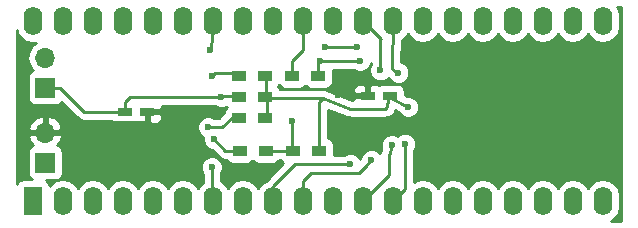
<source format=gbl>
G04 #@! TF.FileFunction,Copper,L2,Bot,Signal*
%FSLAX46Y46*%
G04 Gerber Fmt 4.6, Leading zero omitted, Abs format (unit mm)*
G04 Created by KiCad (PCBNEW 4.0.7) date 04/07/18 18:37:48*
%MOMM*%
%LPD*%
G01*
G04 APERTURE LIST*
%ADD10C,0.100000*%
%ADD11R,1.600000X2.400000*%
%ADD12O,1.600000X2.400000*%
%ADD13R,1.200000X0.750000*%
%ADD14R,1.700000X1.700000*%
%ADD15O,1.700000X1.700000*%
%ADD16R,1.200000X0.900000*%
%ADD17C,0.600000*%
%ADD18C,0.250000*%
%ADD19C,0.254000*%
G04 APERTURE END LIST*
D10*
D11*
X122148600Y-98513900D03*
D12*
X170408600Y-83273900D03*
X124688600Y-98513900D03*
X167868600Y-83273900D03*
X127228600Y-98513900D03*
X165328600Y-83273900D03*
X129768600Y-98513900D03*
X162788600Y-83273900D03*
X132308600Y-98513900D03*
X160248600Y-83273900D03*
X134848600Y-98513900D03*
X157708600Y-83273900D03*
X137388600Y-98513900D03*
X155168600Y-83273900D03*
X139928600Y-98513900D03*
X152628600Y-83273900D03*
X142468600Y-98513900D03*
X150088600Y-83273900D03*
X145008600Y-98513900D03*
X147548600Y-83273900D03*
X147548600Y-98513900D03*
X145008600Y-83273900D03*
X150088600Y-98513900D03*
X142468600Y-83273900D03*
X152628600Y-98513900D03*
X139928600Y-83273900D03*
X155168600Y-98513900D03*
X137388600Y-83273900D03*
X157708600Y-98513900D03*
X134848600Y-83273900D03*
X160248600Y-98513900D03*
X132308600Y-83273900D03*
X162788600Y-98513900D03*
X129768600Y-83273900D03*
X165328600Y-98513900D03*
X127228600Y-83273900D03*
X167868600Y-98513900D03*
X124688600Y-83273900D03*
X170408600Y-98513900D03*
X122148600Y-83273900D03*
D13*
X131838740Y-90957400D03*
X129938740Y-90957400D03*
X150497500Y-89598500D03*
X152397500Y-89598500D03*
D14*
X123190000Y-88900000D03*
D15*
X123190000Y-86360000D03*
D14*
X123190000Y-95250000D03*
D15*
X123190000Y-92710000D03*
D16*
X141816000Y-91440000D03*
X139616000Y-91440000D03*
X141816000Y-87884000D03*
X139616000Y-87884000D03*
X141816000Y-89662000D03*
X139616000Y-89662000D03*
X144188000Y-94234000D03*
X146388000Y-94234000D03*
X139679500Y-94234000D03*
X141879500Y-94234000D03*
X144124500Y-87884000D03*
X146324500Y-87884000D03*
D17*
X153924000Y-90551000D03*
X137764520Y-91302840D03*
X148018500Y-89535000D03*
X150812500Y-95059500D03*
X146494500Y-86614000D03*
X144081500Y-91757500D03*
X149860000Y-86614000D03*
X152527000Y-93789500D03*
X137342880Y-87894160D03*
X138109960Y-89697560D03*
X137477500Y-93281500D03*
X137297160Y-95636080D03*
X153098500Y-87630000D03*
X149034500Y-95377000D03*
X151574500Y-87439500D03*
X149631400Y-85471000D03*
X146875500Y-85471000D03*
X153670000Y-93662500D03*
X137160000Y-85725000D03*
X136992360Y-92257880D03*
D18*
X146388000Y-94234000D02*
X146388000Y-90149500D01*
X146388000Y-90149500D02*
X146748500Y-89789000D01*
X141943000Y-89789000D02*
X144335500Y-89789000D01*
X144335500Y-89789000D02*
X146748500Y-89789000D01*
X141943000Y-89789000D02*
X141816000Y-89662000D01*
X152336500Y-89662000D02*
X152082500Y-90678000D01*
X152082500Y-90678000D02*
X150368000Y-90678000D01*
X150368000Y-90678000D02*
X149034500Y-90678000D01*
X149034500Y-90678000D02*
X146748500Y-89789000D01*
X153924000Y-90551000D02*
X152336500Y-89662000D01*
X141879500Y-89598500D02*
X141816000Y-89662000D01*
X141935380Y-91389200D02*
X141935380Y-89628980D01*
X141935380Y-89628980D02*
X141879500Y-89573100D01*
X141879500Y-89573100D02*
X141902360Y-89550240D01*
X141902360Y-89550240D02*
X141902360Y-87696040D01*
X153924000Y-90551000D02*
X153883360Y-90591640D01*
X148018500Y-89535000D02*
X149418000Y-89535000D01*
X149418000Y-89535000D02*
X150431500Y-89598500D01*
X131838740Y-90957400D02*
X137419080Y-90957400D01*
X137764520Y-91302840D02*
X137419080Y-90957400D01*
X124268230Y-92663010D02*
X123236990Y-92663010D01*
X123236990Y-92663010D02*
X123190000Y-92710000D01*
X148013420Y-89540080D02*
X148018500Y-89535000D01*
X124246640Y-92684600D02*
X124268230Y-92663010D01*
X124268230Y-92663010D02*
X125074680Y-91856560D01*
X131838740Y-91843820D02*
X131838740Y-90957400D01*
X131826000Y-91856560D02*
X131838740Y-91843820D01*
X125074680Y-91856560D02*
X131826000Y-91856560D01*
X145008600Y-96852740D02*
X145008600Y-98513900D01*
X145699480Y-96161860D02*
X145008600Y-96852740D01*
X149722840Y-96161860D02*
X145699480Y-96161860D01*
X149997160Y-95887540D02*
X149722840Y-96161860D01*
X150368000Y-95567500D02*
X149997160Y-95887540D01*
X150812500Y-95059500D02*
X150368000Y-95567500D01*
X144081500Y-91757500D02*
X144081500Y-94127500D01*
X144081500Y-94127500D02*
X143975000Y-94234000D01*
X143975000Y-94234000D02*
X141879500Y-94234000D01*
X146324500Y-87884000D02*
X146324500Y-86784000D01*
X146324500Y-86784000D02*
X146494500Y-86614000D01*
X146388000Y-86720500D02*
X146494500Y-86614000D01*
X144124500Y-91800500D02*
X144081500Y-91757500D01*
X144066260Y-91742260D02*
X144081500Y-91757500D01*
X147764500Y-86614000D02*
X146494500Y-86614000D01*
X149860000Y-86614000D02*
X147764500Y-86614000D01*
X147764500Y-86614000D02*
X147734200Y-86614000D01*
X146494500Y-86614000D02*
X146474180Y-86634320D01*
X152283160Y-96319340D02*
X150088600Y-98513900D01*
X152276038Y-94679038D02*
X152283160Y-96319340D01*
X152527000Y-93789500D02*
X152276038Y-94679038D01*
X137541000Y-87696040D02*
X139702360Y-87696040D01*
X137342880Y-87894160D02*
X137541000Y-87696040D01*
X123190000Y-88900000D02*
X124411740Y-88900000D01*
X124411740Y-88900000D02*
X126469140Y-90957400D01*
X126469140Y-90957400D02*
X129938740Y-90957400D01*
X138109960Y-89697560D02*
X130347720Y-89697560D01*
X129938740Y-90106540D02*
X129938740Y-90957400D01*
X130347720Y-89697560D02*
X129938740Y-90106540D01*
X138234420Y-89573100D02*
X139679500Y-89573100D01*
X138109960Y-89697560D02*
X138234420Y-89573100D01*
X139679500Y-94234000D02*
X138430000Y-94234000D01*
X138430000Y-94234000D02*
X137477500Y-93281500D01*
X137297160Y-95636080D02*
X137297160Y-98422460D01*
X137297160Y-98422460D02*
X137388600Y-98513900D01*
X152590506Y-87311901D02*
X152628600Y-83273900D01*
X153098500Y-87630000D02*
X152590506Y-87311901D01*
X142468600Y-97241360D02*
X142468600Y-98513900D01*
X144360900Y-95349060D02*
X142468600Y-97241360D01*
X146659600Y-95349060D02*
X144360900Y-95349060D01*
X149034500Y-95377000D02*
X146659600Y-95349060D01*
X151549100Y-84734400D02*
X151549100Y-87414100D01*
X151549100Y-87414100D02*
X151574500Y-87439500D01*
X151587200Y-84772500D02*
X151549100Y-84734400D01*
X151549100Y-84734400D02*
X150088600Y-83273900D01*
X149631400Y-85471000D02*
X148640800Y-85471000D01*
X148640800Y-85471000D02*
X146875500Y-85471000D01*
X153677620Y-97464880D02*
X152628600Y-98513900D01*
X153692860Y-93685360D02*
X153677620Y-97464880D01*
X153670000Y-93662500D02*
X153692860Y-93685360D01*
X137160000Y-85725000D02*
X137205720Y-85679280D01*
X137205720Y-85679280D02*
X137388600Y-83273900D01*
X139735380Y-91389200D02*
X139059920Y-91389200D01*
X138191240Y-92257880D02*
X136992360Y-92257880D01*
X139059920Y-91389200D02*
X138191240Y-92257880D01*
X144124500Y-87884000D02*
X144124500Y-86634500D01*
X145008600Y-85750400D02*
X144188000Y-86571000D01*
X145008600Y-85750400D02*
X145008600Y-83273900D01*
X144124500Y-86634500D02*
X144188000Y-86571000D01*
X144932400Y-83350100D02*
X145008600Y-83273900D01*
D19*
G36*
X171958000Y-100203000D02*
X171066429Y-100203000D01*
X171423298Y-99964548D01*
X171734367Y-99499001D01*
X171843600Y-98949850D01*
X171843600Y-98077950D01*
X171734367Y-97528799D01*
X171423298Y-97063252D01*
X170957751Y-96752183D01*
X170408600Y-96642950D01*
X169859449Y-96752183D01*
X169393902Y-97063252D01*
X169138600Y-97445338D01*
X168883298Y-97063252D01*
X168417751Y-96752183D01*
X167868600Y-96642950D01*
X167319449Y-96752183D01*
X166853902Y-97063252D01*
X166598600Y-97445338D01*
X166343298Y-97063252D01*
X165877751Y-96752183D01*
X165328600Y-96642950D01*
X164779449Y-96752183D01*
X164313902Y-97063252D01*
X164058600Y-97445338D01*
X163803298Y-97063252D01*
X163337751Y-96752183D01*
X162788600Y-96642950D01*
X162239449Y-96752183D01*
X161773902Y-97063252D01*
X161518600Y-97445338D01*
X161263298Y-97063252D01*
X160797751Y-96752183D01*
X160248600Y-96642950D01*
X159699449Y-96752183D01*
X159233902Y-97063252D01*
X158978600Y-97445338D01*
X158723298Y-97063252D01*
X158257751Y-96752183D01*
X157708600Y-96642950D01*
X157159449Y-96752183D01*
X156693902Y-97063252D01*
X156438600Y-97445338D01*
X156183298Y-97063252D01*
X155717751Y-96752183D01*
X155168600Y-96642950D01*
X154619449Y-96752183D01*
X154440017Y-96872076D01*
X154450774Y-94204225D01*
X154462192Y-94192827D01*
X154604838Y-93849299D01*
X154605162Y-93477333D01*
X154463117Y-93133557D01*
X154200327Y-92870308D01*
X153856799Y-92727662D01*
X153484833Y-92727338D01*
X153141057Y-92869383D01*
X153025957Y-92984282D01*
X152713799Y-92854662D01*
X152341833Y-92854338D01*
X151998057Y-92996383D01*
X151734808Y-93259173D01*
X151592162Y-93602701D01*
X151591838Y-93974667D01*
X151647254Y-94108785D01*
X151545306Y-94470141D01*
X151342827Y-94267308D01*
X150999299Y-94124662D01*
X150627333Y-94124338D01*
X150283557Y-94266383D01*
X150020308Y-94529173D01*
X149877662Y-94872701D01*
X149877578Y-94968972D01*
X149827617Y-94848057D01*
X149564827Y-94584808D01*
X149221299Y-94442162D01*
X148849333Y-94441838D01*
X148505557Y-94583883D01*
X148478981Y-94610412D01*
X147635440Y-94600488D01*
X147635440Y-93784000D01*
X147591162Y-93548683D01*
X147452090Y-93332559D01*
X147239890Y-93187569D01*
X147148000Y-93168961D01*
X147148000Y-90759808D01*
X148759040Y-91386323D01*
X148897050Y-91410659D01*
X149034500Y-91438000D01*
X152082500Y-91438000D01*
X152137923Y-91426976D01*
X152194359Y-91429722D01*
X152282011Y-91398314D01*
X152373339Y-91380148D01*
X152420323Y-91348755D01*
X152473517Y-91329694D01*
X152542480Y-91267132D01*
X152619901Y-91215401D01*
X152651295Y-91168417D01*
X152693145Y-91130451D01*
X152732918Y-91046259D01*
X152784648Y-90968839D01*
X152795672Y-90913419D01*
X152819808Y-90862327D01*
X152832663Y-90810906D01*
X153076032Y-90947192D01*
X153130883Y-91079943D01*
X153393673Y-91343192D01*
X153737201Y-91485838D01*
X154109167Y-91486162D01*
X154452943Y-91344117D01*
X154716192Y-91081327D01*
X154858838Y-90737799D01*
X154859162Y-90365833D01*
X154717117Y-90022057D01*
X154454327Y-89758808D01*
X154110799Y-89616162D01*
X153809632Y-89615900D01*
X153644940Y-89523672D01*
X153644940Y-89223500D01*
X153600662Y-88988183D01*
X153461590Y-88772059D01*
X153249390Y-88627069D01*
X152997500Y-88576060D01*
X151797500Y-88576060D01*
X151562183Y-88620338D01*
X151458854Y-88686829D01*
X151457198Y-88685173D01*
X151223809Y-88588500D01*
X150783250Y-88588500D01*
X150624500Y-88747250D01*
X150624500Y-89471500D01*
X150644500Y-89471500D01*
X150644500Y-89725500D01*
X150624500Y-89725500D01*
X150624500Y-89745500D01*
X150370500Y-89745500D01*
X150370500Y-89725500D01*
X149421250Y-89725500D01*
X149262500Y-89884250D01*
X149262500Y-89918000D01*
X149177078Y-89918000D01*
X147066424Y-89097190D01*
X149262500Y-89097190D01*
X149262500Y-89312750D01*
X149421250Y-89471500D01*
X150370500Y-89471500D01*
X150370500Y-88747250D01*
X150211750Y-88588500D01*
X149771191Y-88588500D01*
X149537802Y-88685173D01*
X149359173Y-88863801D01*
X149262500Y-89097190D01*
X147066424Y-89097190D01*
X147023959Y-89080676D01*
X146885931Y-89056337D01*
X146748500Y-89029000D01*
X143029006Y-89029000D01*
X143019162Y-88976683D01*
X142886393Y-88770353D01*
X142971011Y-88646511D01*
X143060410Y-88785441D01*
X143272610Y-88930431D01*
X143524500Y-88981440D01*
X144724500Y-88981440D01*
X144959817Y-88937162D01*
X145175941Y-88798090D01*
X145223634Y-88728289D01*
X145260410Y-88785441D01*
X145472610Y-88930431D01*
X145724500Y-88981440D01*
X146924500Y-88981440D01*
X147159817Y-88937162D01*
X147375941Y-88798090D01*
X147520931Y-88585890D01*
X147571940Y-88334000D01*
X147571940Y-87434000D01*
X147560650Y-87374000D01*
X149297537Y-87374000D01*
X149329673Y-87406192D01*
X149673201Y-87548838D01*
X150045167Y-87549162D01*
X150388943Y-87407117D01*
X150652192Y-87144327D01*
X150789100Y-86814618D01*
X150789100Y-86902393D01*
X150782308Y-86909173D01*
X150639662Y-87252701D01*
X150639338Y-87624667D01*
X150781383Y-87968443D01*
X151044173Y-88231692D01*
X151387701Y-88374338D01*
X151759667Y-88374662D01*
X152103443Y-88232617D01*
X152267964Y-88068383D01*
X152305383Y-88158943D01*
X152568173Y-88422192D01*
X152911701Y-88564838D01*
X153283667Y-88565162D01*
X153627443Y-88423117D01*
X153890692Y-88160327D01*
X154033338Y-87816799D01*
X154033662Y-87444833D01*
X153891617Y-87101057D01*
X153628827Y-86837808D01*
X153356081Y-86724553D01*
X153373246Y-84904991D01*
X153643298Y-84724548D01*
X153898600Y-84342462D01*
X154153902Y-84724548D01*
X154619449Y-85035617D01*
X155168600Y-85144850D01*
X155717751Y-85035617D01*
X156183298Y-84724548D01*
X156438600Y-84342462D01*
X156693902Y-84724548D01*
X157159449Y-85035617D01*
X157708600Y-85144850D01*
X158257751Y-85035617D01*
X158723298Y-84724548D01*
X158978600Y-84342462D01*
X159233902Y-84724548D01*
X159699449Y-85035617D01*
X160248600Y-85144850D01*
X160797751Y-85035617D01*
X161263298Y-84724548D01*
X161518600Y-84342462D01*
X161773902Y-84724548D01*
X162239449Y-85035617D01*
X162788600Y-85144850D01*
X163337751Y-85035617D01*
X163803298Y-84724548D01*
X164058600Y-84342462D01*
X164313902Y-84724548D01*
X164779449Y-85035617D01*
X165328600Y-85144850D01*
X165877751Y-85035617D01*
X166343298Y-84724548D01*
X166598600Y-84342462D01*
X166853902Y-84724548D01*
X167319449Y-85035617D01*
X167868600Y-85144850D01*
X168417751Y-85035617D01*
X168883298Y-84724548D01*
X169138600Y-84342462D01*
X169393902Y-84724548D01*
X169859449Y-85035617D01*
X170408600Y-85144850D01*
X170957751Y-85035617D01*
X171423298Y-84724548D01*
X171734367Y-84259001D01*
X171843600Y-83709850D01*
X171843600Y-82837950D01*
X171734367Y-82288799D01*
X171569461Y-82042000D01*
X171958000Y-82042000D01*
X171958000Y-100203000D01*
X171958000Y-100203000D01*
G37*
X171958000Y-100203000D02*
X171066429Y-100203000D01*
X171423298Y-99964548D01*
X171734367Y-99499001D01*
X171843600Y-98949850D01*
X171843600Y-98077950D01*
X171734367Y-97528799D01*
X171423298Y-97063252D01*
X170957751Y-96752183D01*
X170408600Y-96642950D01*
X169859449Y-96752183D01*
X169393902Y-97063252D01*
X169138600Y-97445338D01*
X168883298Y-97063252D01*
X168417751Y-96752183D01*
X167868600Y-96642950D01*
X167319449Y-96752183D01*
X166853902Y-97063252D01*
X166598600Y-97445338D01*
X166343298Y-97063252D01*
X165877751Y-96752183D01*
X165328600Y-96642950D01*
X164779449Y-96752183D01*
X164313902Y-97063252D01*
X164058600Y-97445338D01*
X163803298Y-97063252D01*
X163337751Y-96752183D01*
X162788600Y-96642950D01*
X162239449Y-96752183D01*
X161773902Y-97063252D01*
X161518600Y-97445338D01*
X161263298Y-97063252D01*
X160797751Y-96752183D01*
X160248600Y-96642950D01*
X159699449Y-96752183D01*
X159233902Y-97063252D01*
X158978600Y-97445338D01*
X158723298Y-97063252D01*
X158257751Y-96752183D01*
X157708600Y-96642950D01*
X157159449Y-96752183D01*
X156693902Y-97063252D01*
X156438600Y-97445338D01*
X156183298Y-97063252D01*
X155717751Y-96752183D01*
X155168600Y-96642950D01*
X154619449Y-96752183D01*
X154440017Y-96872076D01*
X154450774Y-94204225D01*
X154462192Y-94192827D01*
X154604838Y-93849299D01*
X154605162Y-93477333D01*
X154463117Y-93133557D01*
X154200327Y-92870308D01*
X153856799Y-92727662D01*
X153484833Y-92727338D01*
X153141057Y-92869383D01*
X153025957Y-92984282D01*
X152713799Y-92854662D01*
X152341833Y-92854338D01*
X151998057Y-92996383D01*
X151734808Y-93259173D01*
X151592162Y-93602701D01*
X151591838Y-93974667D01*
X151647254Y-94108785D01*
X151545306Y-94470141D01*
X151342827Y-94267308D01*
X150999299Y-94124662D01*
X150627333Y-94124338D01*
X150283557Y-94266383D01*
X150020308Y-94529173D01*
X149877662Y-94872701D01*
X149877578Y-94968972D01*
X149827617Y-94848057D01*
X149564827Y-94584808D01*
X149221299Y-94442162D01*
X148849333Y-94441838D01*
X148505557Y-94583883D01*
X148478981Y-94610412D01*
X147635440Y-94600488D01*
X147635440Y-93784000D01*
X147591162Y-93548683D01*
X147452090Y-93332559D01*
X147239890Y-93187569D01*
X147148000Y-93168961D01*
X147148000Y-90759808D01*
X148759040Y-91386323D01*
X148897050Y-91410659D01*
X149034500Y-91438000D01*
X152082500Y-91438000D01*
X152137923Y-91426976D01*
X152194359Y-91429722D01*
X152282011Y-91398314D01*
X152373339Y-91380148D01*
X152420323Y-91348755D01*
X152473517Y-91329694D01*
X152542480Y-91267132D01*
X152619901Y-91215401D01*
X152651295Y-91168417D01*
X152693145Y-91130451D01*
X152732918Y-91046259D01*
X152784648Y-90968839D01*
X152795672Y-90913419D01*
X152819808Y-90862327D01*
X152832663Y-90810906D01*
X153076032Y-90947192D01*
X153130883Y-91079943D01*
X153393673Y-91343192D01*
X153737201Y-91485838D01*
X154109167Y-91486162D01*
X154452943Y-91344117D01*
X154716192Y-91081327D01*
X154858838Y-90737799D01*
X154859162Y-90365833D01*
X154717117Y-90022057D01*
X154454327Y-89758808D01*
X154110799Y-89616162D01*
X153809632Y-89615900D01*
X153644940Y-89523672D01*
X153644940Y-89223500D01*
X153600662Y-88988183D01*
X153461590Y-88772059D01*
X153249390Y-88627069D01*
X152997500Y-88576060D01*
X151797500Y-88576060D01*
X151562183Y-88620338D01*
X151458854Y-88686829D01*
X151457198Y-88685173D01*
X151223809Y-88588500D01*
X150783250Y-88588500D01*
X150624500Y-88747250D01*
X150624500Y-89471500D01*
X150644500Y-89471500D01*
X150644500Y-89725500D01*
X150624500Y-89725500D01*
X150624500Y-89745500D01*
X150370500Y-89745500D01*
X150370500Y-89725500D01*
X149421250Y-89725500D01*
X149262500Y-89884250D01*
X149262500Y-89918000D01*
X149177078Y-89918000D01*
X147066424Y-89097190D01*
X149262500Y-89097190D01*
X149262500Y-89312750D01*
X149421250Y-89471500D01*
X150370500Y-89471500D01*
X150370500Y-88747250D01*
X150211750Y-88588500D01*
X149771191Y-88588500D01*
X149537802Y-88685173D01*
X149359173Y-88863801D01*
X149262500Y-89097190D01*
X147066424Y-89097190D01*
X147023959Y-89080676D01*
X146885931Y-89056337D01*
X146748500Y-89029000D01*
X143029006Y-89029000D01*
X143019162Y-88976683D01*
X142886393Y-88770353D01*
X142971011Y-88646511D01*
X143060410Y-88785441D01*
X143272610Y-88930431D01*
X143524500Y-88981440D01*
X144724500Y-88981440D01*
X144959817Y-88937162D01*
X145175941Y-88798090D01*
X145223634Y-88728289D01*
X145260410Y-88785441D01*
X145472610Y-88930431D01*
X145724500Y-88981440D01*
X146924500Y-88981440D01*
X147159817Y-88937162D01*
X147375941Y-88798090D01*
X147520931Y-88585890D01*
X147571940Y-88334000D01*
X147571940Y-87434000D01*
X147560650Y-87374000D01*
X149297537Y-87374000D01*
X149329673Y-87406192D01*
X149673201Y-87548838D01*
X150045167Y-87549162D01*
X150388943Y-87407117D01*
X150652192Y-87144327D01*
X150789100Y-86814618D01*
X150789100Y-86902393D01*
X150782308Y-86909173D01*
X150639662Y-87252701D01*
X150639338Y-87624667D01*
X150781383Y-87968443D01*
X151044173Y-88231692D01*
X151387701Y-88374338D01*
X151759667Y-88374662D01*
X152103443Y-88232617D01*
X152267964Y-88068383D01*
X152305383Y-88158943D01*
X152568173Y-88422192D01*
X152911701Y-88564838D01*
X153283667Y-88565162D01*
X153627443Y-88423117D01*
X153890692Y-88160327D01*
X154033338Y-87816799D01*
X154033662Y-87444833D01*
X153891617Y-87101057D01*
X153628827Y-86837808D01*
X153356081Y-86724553D01*
X153373246Y-84904991D01*
X153643298Y-84724548D01*
X153898600Y-84342462D01*
X154153902Y-84724548D01*
X154619449Y-85035617D01*
X155168600Y-85144850D01*
X155717751Y-85035617D01*
X156183298Y-84724548D01*
X156438600Y-84342462D01*
X156693902Y-84724548D01*
X157159449Y-85035617D01*
X157708600Y-85144850D01*
X158257751Y-85035617D01*
X158723298Y-84724548D01*
X158978600Y-84342462D01*
X159233902Y-84724548D01*
X159699449Y-85035617D01*
X160248600Y-85144850D01*
X160797751Y-85035617D01*
X161263298Y-84724548D01*
X161518600Y-84342462D01*
X161773902Y-84724548D01*
X162239449Y-85035617D01*
X162788600Y-85144850D01*
X163337751Y-85035617D01*
X163803298Y-84724548D01*
X164058600Y-84342462D01*
X164313902Y-84724548D01*
X164779449Y-85035617D01*
X165328600Y-85144850D01*
X165877751Y-85035617D01*
X166343298Y-84724548D01*
X166598600Y-84342462D01*
X166853902Y-84724548D01*
X167319449Y-85035617D01*
X167868600Y-85144850D01*
X168417751Y-85035617D01*
X168883298Y-84724548D01*
X169138600Y-84342462D01*
X169393902Y-84724548D01*
X169859449Y-85035617D01*
X170408600Y-85144850D01*
X170957751Y-85035617D01*
X171423298Y-84724548D01*
X171734367Y-84259001D01*
X171843600Y-83709850D01*
X171843600Y-82837950D01*
X171734367Y-82288799D01*
X171569461Y-82042000D01*
X171958000Y-82042000D01*
X171958000Y-100203000D01*
G36*
X147675600Y-98386900D02*
X147695600Y-98386900D01*
X147695600Y-98640900D01*
X147675600Y-98640900D01*
X147675600Y-98660900D01*
X147421600Y-98660900D01*
X147421600Y-98640900D01*
X147401600Y-98640900D01*
X147401600Y-98386900D01*
X147421600Y-98386900D01*
X147421600Y-98366900D01*
X147675600Y-98366900D01*
X147675600Y-98386900D01*
X147675600Y-98386900D01*
G37*
X147675600Y-98386900D02*
X147695600Y-98386900D01*
X147695600Y-98640900D01*
X147675600Y-98640900D01*
X147675600Y-98660900D01*
X147421600Y-98660900D01*
X147421600Y-98640900D01*
X147401600Y-98640900D01*
X147401600Y-98386900D01*
X147421600Y-98386900D01*
X147421600Y-98366900D01*
X147675600Y-98366900D01*
X147675600Y-98386900D01*
G36*
X120822833Y-84259001D02*
X121133902Y-84724548D01*
X121599449Y-85035617D01*
X122148600Y-85144850D01*
X122446671Y-85085560D01*
X122110853Y-85309946D01*
X121788946Y-85791715D01*
X121675907Y-86360000D01*
X121788946Y-86928285D01*
X122110853Y-87410054D01*
X122152452Y-87437850D01*
X122104683Y-87446838D01*
X121888559Y-87585910D01*
X121743569Y-87798110D01*
X121692560Y-88050000D01*
X121692560Y-89750000D01*
X121736838Y-89985317D01*
X121875910Y-90201441D01*
X122088110Y-90346431D01*
X122340000Y-90397440D01*
X124040000Y-90397440D01*
X124275317Y-90353162D01*
X124491441Y-90214090D01*
X124556220Y-90119282D01*
X125931739Y-91494801D01*
X126178301Y-91659548D01*
X126469140Y-91717400D01*
X128831896Y-91717400D01*
X128874650Y-91783841D01*
X129086850Y-91928831D01*
X129338740Y-91979840D01*
X130538740Y-91979840D01*
X130774057Y-91935562D01*
X130877386Y-91869071D01*
X130879042Y-91870727D01*
X131112431Y-91967400D01*
X131552990Y-91967400D01*
X131711740Y-91808650D01*
X131711740Y-91084400D01*
X131965740Y-91084400D01*
X131965740Y-91808650D01*
X132124490Y-91967400D01*
X132565049Y-91967400D01*
X132798438Y-91870727D01*
X132977067Y-91692099D01*
X133073740Y-91458710D01*
X133073740Y-91243150D01*
X132914990Y-91084400D01*
X131965740Y-91084400D01*
X131711740Y-91084400D01*
X131691740Y-91084400D01*
X131691740Y-90830400D01*
X131711740Y-90830400D01*
X131711740Y-90810400D01*
X131965740Y-90810400D01*
X131965740Y-90830400D01*
X132914990Y-90830400D01*
X133073740Y-90671650D01*
X133073740Y-90457560D01*
X137547497Y-90457560D01*
X137579633Y-90489752D01*
X137923161Y-90632398D01*
X138295127Y-90632722D01*
X138533194Y-90534355D01*
X138545607Y-90553647D01*
X138419569Y-90738110D01*
X138368560Y-90990000D01*
X138368560Y-91005758D01*
X137876438Y-91497880D01*
X137554823Y-91497880D01*
X137522687Y-91465688D01*
X137179159Y-91323042D01*
X136807193Y-91322718D01*
X136463417Y-91464763D01*
X136200168Y-91727553D01*
X136057522Y-92071081D01*
X136057198Y-92443047D01*
X136199243Y-92786823D01*
X136462033Y-93050072D01*
X136546611Y-93085192D01*
X136542662Y-93094701D01*
X136542338Y-93466667D01*
X136684383Y-93810443D01*
X136947173Y-94073692D01*
X137290701Y-94216338D01*
X137337577Y-94216379D01*
X137892599Y-94771401D01*
X138139160Y-94936148D01*
X138187414Y-94945746D01*
X138430000Y-94994000D01*
X138524395Y-94994000D01*
X138615410Y-95135441D01*
X138827610Y-95280431D01*
X139079500Y-95331440D01*
X140279500Y-95331440D01*
X140514817Y-95287162D01*
X140730941Y-95148090D01*
X140778634Y-95078289D01*
X140815410Y-95135441D01*
X141027610Y-95280431D01*
X141279500Y-95331440D01*
X142479500Y-95331440D01*
X142714817Y-95287162D01*
X142930941Y-95148090D01*
X143034511Y-94996511D01*
X143123910Y-95135441D01*
X143336110Y-95280431D01*
X143351592Y-95283566D01*
X141931199Y-96703959D01*
X141882465Y-96776895D01*
X141453902Y-97063252D01*
X141198600Y-97445338D01*
X140943298Y-97063252D01*
X140477751Y-96752183D01*
X139928600Y-96642950D01*
X139379449Y-96752183D01*
X138913902Y-97063252D01*
X138658600Y-97445338D01*
X138403298Y-97063252D01*
X138057160Y-96831970D01*
X138057160Y-96198543D01*
X138089352Y-96166407D01*
X138231998Y-95822879D01*
X138232322Y-95450913D01*
X138090277Y-95107137D01*
X137827487Y-94843888D01*
X137483959Y-94701242D01*
X137111993Y-94700918D01*
X136768217Y-94842963D01*
X136504968Y-95105753D01*
X136362322Y-95449281D01*
X136361998Y-95821247D01*
X136504043Y-96165023D01*
X136537160Y-96198198D01*
X136537160Y-96954166D01*
X136373902Y-97063252D01*
X136118600Y-97445338D01*
X135863298Y-97063252D01*
X135397751Y-96752183D01*
X134848600Y-96642950D01*
X134299449Y-96752183D01*
X133833902Y-97063252D01*
X133578600Y-97445338D01*
X133323298Y-97063252D01*
X132857751Y-96752183D01*
X132308600Y-96642950D01*
X131759449Y-96752183D01*
X131293902Y-97063252D01*
X131038600Y-97445338D01*
X130783298Y-97063252D01*
X130317751Y-96752183D01*
X129768600Y-96642950D01*
X129219449Y-96752183D01*
X128753902Y-97063252D01*
X128498600Y-97445338D01*
X128243298Y-97063252D01*
X127777751Y-96752183D01*
X127228600Y-96642950D01*
X126679449Y-96752183D01*
X126213902Y-97063252D01*
X125958600Y-97445338D01*
X125703298Y-97063252D01*
X125237751Y-96752183D01*
X124688600Y-96642950D01*
X124139449Y-96752183D01*
X123673902Y-97063252D01*
X123576349Y-97209250D01*
X123551762Y-97078583D01*
X123412690Y-96862459D01*
X123244354Y-96747440D01*
X124040000Y-96747440D01*
X124275317Y-96703162D01*
X124491441Y-96564090D01*
X124636431Y-96351890D01*
X124687440Y-96100000D01*
X124687440Y-94400000D01*
X124643162Y-94164683D01*
X124504090Y-93948559D01*
X124291890Y-93803569D01*
X124183893Y-93781699D01*
X124461645Y-93476924D01*
X124631476Y-93066890D01*
X124510155Y-92837000D01*
X123317000Y-92837000D01*
X123317000Y-92857000D01*
X123063000Y-92857000D01*
X123063000Y-92837000D01*
X121869845Y-92837000D01*
X121748524Y-93066890D01*
X121918355Y-93476924D01*
X122194501Y-93779937D01*
X122104683Y-93796838D01*
X121888559Y-93935910D01*
X121743569Y-94148110D01*
X121692560Y-94400000D01*
X121692560Y-96100000D01*
X121736838Y-96335317D01*
X121875910Y-96551441D01*
X122044246Y-96666460D01*
X121348600Y-96666460D01*
X121113283Y-96710738D01*
X120897159Y-96849810D01*
X120777000Y-97025669D01*
X120777000Y-92353110D01*
X121748524Y-92353110D01*
X121869845Y-92583000D01*
X123063000Y-92583000D01*
X123063000Y-91389181D01*
X123317000Y-91389181D01*
X123317000Y-92583000D01*
X124510155Y-92583000D01*
X124631476Y-92353110D01*
X124461645Y-91943076D01*
X124071358Y-91514817D01*
X123546892Y-91268514D01*
X123317000Y-91389181D01*
X123063000Y-91389181D01*
X122833108Y-91268514D01*
X122308642Y-91514817D01*
X121918355Y-91943076D01*
X121748524Y-92353110D01*
X120777000Y-92353110D01*
X120777000Y-84028583D01*
X120822833Y-84259001D01*
X120822833Y-84259001D01*
G37*
X120822833Y-84259001D02*
X121133902Y-84724548D01*
X121599449Y-85035617D01*
X122148600Y-85144850D01*
X122446671Y-85085560D01*
X122110853Y-85309946D01*
X121788946Y-85791715D01*
X121675907Y-86360000D01*
X121788946Y-86928285D01*
X122110853Y-87410054D01*
X122152452Y-87437850D01*
X122104683Y-87446838D01*
X121888559Y-87585910D01*
X121743569Y-87798110D01*
X121692560Y-88050000D01*
X121692560Y-89750000D01*
X121736838Y-89985317D01*
X121875910Y-90201441D01*
X122088110Y-90346431D01*
X122340000Y-90397440D01*
X124040000Y-90397440D01*
X124275317Y-90353162D01*
X124491441Y-90214090D01*
X124556220Y-90119282D01*
X125931739Y-91494801D01*
X126178301Y-91659548D01*
X126469140Y-91717400D01*
X128831896Y-91717400D01*
X128874650Y-91783841D01*
X129086850Y-91928831D01*
X129338740Y-91979840D01*
X130538740Y-91979840D01*
X130774057Y-91935562D01*
X130877386Y-91869071D01*
X130879042Y-91870727D01*
X131112431Y-91967400D01*
X131552990Y-91967400D01*
X131711740Y-91808650D01*
X131711740Y-91084400D01*
X131965740Y-91084400D01*
X131965740Y-91808650D01*
X132124490Y-91967400D01*
X132565049Y-91967400D01*
X132798438Y-91870727D01*
X132977067Y-91692099D01*
X133073740Y-91458710D01*
X133073740Y-91243150D01*
X132914990Y-91084400D01*
X131965740Y-91084400D01*
X131711740Y-91084400D01*
X131691740Y-91084400D01*
X131691740Y-90830400D01*
X131711740Y-90830400D01*
X131711740Y-90810400D01*
X131965740Y-90810400D01*
X131965740Y-90830400D01*
X132914990Y-90830400D01*
X133073740Y-90671650D01*
X133073740Y-90457560D01*
X137547497Y-90457560D01*
X137579633Y-90489752D01*
X137923161Y-90632398D01*
X138295127Y-90632722D01*
X138533194Y-90534355D01*
X138545607Y-90553647D01*
X138419569Y-90738110D01*
X138368560Y-90990000D01*
X138368560Y-91005758D01*
X137876438Y-91497880D01*
X137554823Y-91497880D01*
X137522687Y-91465688D01*
X137179159Y-91323042D01*
X136807193Y-91322718D01*
X136463417Y-91464763D01*
X136200168Y-91727553D01*
X136057522Y-92071081D01*
X136057198Y-92443047D01*
X136199243Y-92786823D01*
X136462033Y-93050072D01*
X136546611Y-93085192D01*
X136542662Y-93094701D01*
X136542338Y-93466667D01*
X136684383Y-93810443D01*
X136947173Y-94073692D01*
X137290701Y-94216338D01*
X137337577Y-94216379D01*
X137892599Y-94771401D01*
X138139160Y-94936148D01*
X138187414Y-94945746D01*
X138430000Y-94994000D01*
X138524395Y-94994000D01*
X138615410Y-95135441D01*
X138827610Y-95280431D01*
X139079500Y-95331440D01*
X140279500Y-95331440D01*
X140514817Y-95287162D01*
X140730941Y-95148090D01*
X140778634Y-95078289D01*
X140815410Y-95135441D01*
X141027610Y-95280431D01*
X141279500Y-95331440D01*
X142479500Y-95331440D01*
X142714817Y-95287162D01*
X142930941Y-95148090D01*
X143034511Y-94996511D01*
X143123910Y-95135441D01*
X143336110Y-95280431D01*
X143351592Y-95283566D01*
X141931199Y-96703959D01*
X141882465Y-96776895D01*
X141453902Y-97063252D01*
X141198600Y-97445338D01*
X140943298Y-97063252D01*
X140477751Y-96752183D01*
X139928600Y-96642950D01*
X139379449Y-96752183D01*
X138913902Y-97063252D01*
X138658600Y-97445338D01*
X138403298Y-97063252D01*
X138057160Y-96831970D01*
X138057160Y-96198543D01*
X138089352Y-96166407D01*
X138231998Y-95822879D01*
X138232322Y-95450913D01*
X138090277Y-95107137D01*
X137827487Y-94843888D01*
X137483959Y-94701242D01*
X137111993Y-94700918D01*
X136768217Y-94842963D01*
X136504968Y-95105753D01*
X136362322Y-95449281D01*
X136361998Y-95821247D01*
X136504043Y-96165023D01*
X136537160Y-96198198D01*
X136537160Y-96954166D01*
X136373902Y-97063252D01*
X136118600Y-97445338D01*
X135863298Y-97063252D01*
X135397751Y-96752183D01*
X134848600Y-96642950D01*
X134299449Y-96752183D01*
X133833902Y-97063252D01*
X133578600Y-97445338D01*
X133323298Y-97063252D01*
X132857751Y-96752183D01*
X132308600Y-96642950D01*
X131759449Y-96752183D01*
X131293902Y-97063252D01*
X131038600Y-97445338D01*
X130783298Y-97063252D01*
X130317751Y-96752183D01*
X129768600Y-96642950D01*
X129219449Y-96752183D01*
X128753902Y-97063252D01*
X128498600Y-97445338D01*
X128243298Y-97063252D01*
X127777751Y-96752183D01*
X127228600Y-96642950D01*
X126679449Y-96752183D01*
X126213902Y-97063252D01*
X125958600Y-97445338D01*
X125703298Y-97063252D01*
X125237751Y-96752183D01*
X124688600Y-96642950D01*
X124139449Y-96752183D01*
X123673902Y-97063252D01*
X123576349Y-97209250D01*
X123551762Y-97078583D01*
X123412690Y-96862459D01*
X123244354Y-96747440D01*
X124040000Y-96747440D01*
X124275317Y-96703162D01*
X124491441Y-96564090D01*
X124636431Y-96351890D01*
X124687440Y-96100000D01*
X124687440Y-94400000D01*
X124643162Y-94164683D01*
X124504090Y-93948559D01*
X124291890Y-93803569D01*
X124183893Y-93781699D01*
X124461645Y-93476924D01*
X124631476Y-93066890D01*
X124510155Y-92837000D01*
X123317000Y-92837000D01*
X123317000Y-92857000D01*
X123063000Y-92857000D01*
X123063000Y-92837000D01*
X121869845Y-92837000D01*
X121748524Y-93066890D01*
X121918355Y-93476924D01*
X122194501Y-93779937D01*
X122104683Y-93796838D01*
X121888559Y-93935910D01*
X121743569Y-94148110D01*
X121692560Y-94400000D01*
X121692560Y-96100000D01*
X121736838Y-96335317D01*
X121875910Y-96551441D01*
X122044246Y-96666460D01*
X121348600Y-96666460D01*
X121113283Y-96710738D01*
X120897159Y-96849810D01*
X120777000Y-97025669D01*
X120777000Y-92353110D01*
X121748524Y-92353110D01*
X121869845Y-92583000D01*
X123063000Y-92583000D01*
X123063000Y-91389181D01*
X123317000Y-91389181D01*
X123317000Y-92583000D01*
X124510155Y-92583000D01*
X124631476Y-92353110D01*
X124461645Y-91943076D01*
X124071358Y-91514817D01*
X123546892Y-91268514D01*
X123317000Y-91389181D01*
X123063000Y-91389181D01*
X122833108Y-91268514D01*
X122308642Y-91514817D01*
X121918355Y-91943076D01*
X121748524Y-92353110D01*
X120777000Y-92353110D01*
X120777000Y-84028583D01*
X120822833Y-84259001D01*
G36*
X147675600Y-83146900D02*
X147695600Y-83146900D01*
X147695600Y-83400900D01*
X147675600Y-83400900D01*
X147675600Y-83420900D01*
X147421600Y-83420900D01*
X147421600Y-83400900D01*
X147401600Y-83400900D01*
X147401600Y-83146900D01*
X147421600Y-83146900D01*
X147421600Y-83126900D01*
X147675600Y-83126900D01*
X147675600Y-83146900D01*
X147675600Y-83146900D01*
G37*
X147675600Y-83146900D02*
X147695600Y-83146900D01*
X147695600Y-83400900D01*
X147675600Y-83400900D01*
X147675600Y-83420900D01*
X147421600Y-83420900D01*
X147421600Y-83400900D01*
X147401600Y-83400900D01*
X147401600Y-83146900D01*
X147421600Y-83146900D01*
X147421600Y-83126900D01*
X147675600Y-83126900D01*
X147675600Y-83146900D01*
M02*

</source>
